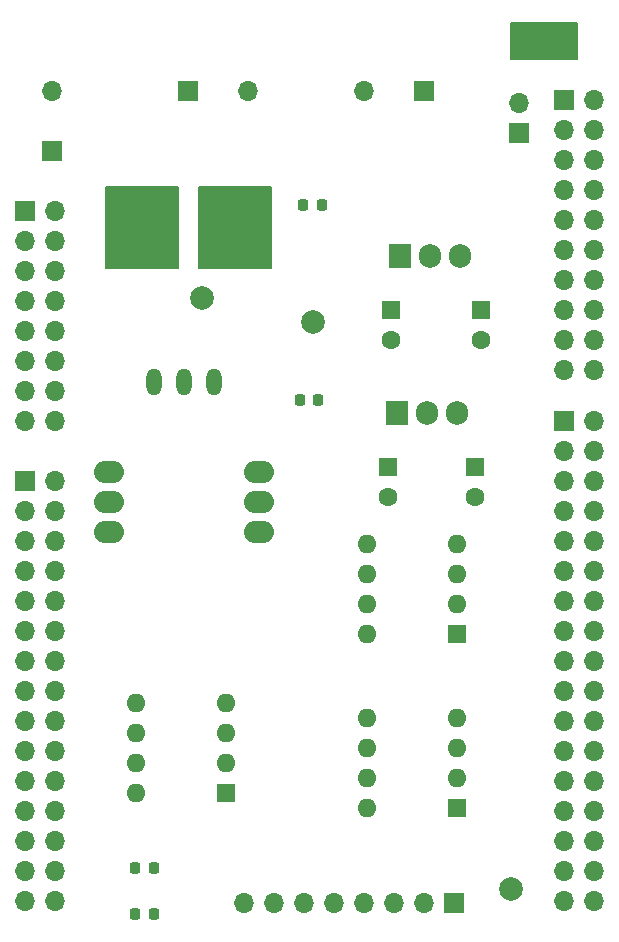
<source format=gbr>
%TF.GenerationSoftware,KiCad,Pcbnew,(6.0.2-0)*%
%TF.CreationDate,2022-07-28T16:30:59+02:00*%
%TF.ProjectId,stepper_testbench,73746570-7065-4725-9f74-65737462656e,rev?*%
%TF.SameCoordinates,Original*%
%TF.FileFunction,Soldermask,Top*%
%TF.FilePolarity,Negative*%
%FSLAX46Y46*%
G04 Gerber Fmt 4.6, Leading zero omitted, Abs format (unit mm)*
G04 Created by KiCad (PCBNEW (6.0.2-0)) date 2022-07-28 16:30:59*
%MOMM*%
%LPD*%
G01*
G04 APERTURE LIST*
G04 Aperture macros list*
%AMRoundRect*
0 Rectangle with rounded corners*
0 $1 Rounding radius*
0 $2 $3 $4 $5 $6 $7 $8 $9 X,Y pos of 4 corners*
0 Add a 4 corners polygon primitive as box body*
4,1,4,$2,$3,$4,$5,$6,$7,$8,$9,$2,$3,0*
0 Add four circle primitives for the rounded corners*
1,1,$1+$1,$2,$3*
1,1,$1+$1,$4,$5*
1,1,$1+$1,$6,$7*
1,1,$1+$1,$8,$9*
0 Add four rect primitives between the rounded corners*
20,1,$1+$1,$2,$3,$4,$5,0*
20,1,$1+$1,$4,$5,$6,$7,0*
20,1,$1+$1,$6,$7,$8,$9,0*
20,1,$1+$1,$8,$9,$2,$3,0*%
G04 Aperture macros list end*
%ADD10C,0.150000*%
%ADD11R,1.600000X1.600000*%
%ADD12C,1.600000*%
%ADD13R,1.700000X1.700000*%
%ADD14O,1.700000X1.700000*%
%ADD15O,1.600000X1.600000*%
%ADD16R,1.905000X2.000000*%
%ADD17O,1.905000X2.000000*%
%ADD18C,2.000000*%
%ADD19RoundRect,0.218750X-0.218750X-0.256250X0.218750X-0.256250X0.218750X0.256250X-0.218750X0.256250X0*%
%ADD20RoundRect,0.218750X0.218750X0.256250X-0.218750X0.256250X-0.218750X-0.256250X0.218750X-0.256250X0*%
%ADD21O,1.300000X2.300000*%
%ADD22O,2.540000X1.900000*%
G04 APERTURE END LIST*
D10*
X176276000Y-39186937D02*
X181864000Y-39186937D01*
X181864000Y-39186937D02*
X181864000Y-42234937D01*
X181864000Y-42234937D02*
X176276000Y-42234937D01*
X176276000Y-42234937D02*
X176276000Y-39186937D01*
G36*
X176276000Y-39186937D02*
G01*
X181864000Y-39186937D01*
X181864000Y-42234937D01*
X176276000Y-42234937D01*
X176276000Y-39186937D01*
G37*
X141986000Y-53086000D02*
X148082000Y-53086000D01*
X148082000Y-53086000D02*
X148082000Y-59944000D01*
X148082000Y-59944000D02*
X141986000Y-59944000D01*
X141986000Y-59944000D02*
X141986000Y-53086000D01*
G36*
X141986000Y-53086000D02*
G01*
X148082000Y-53086000D01*
X148082000Y-59944000D01*
X141986000Y-59944000D01*
X141986000Y-53086000D01*
G37*
X149861000Y-53051000D02*
X155957000Y-53051000D01*
X155957000Y-53051000D02*
X155957000Y-59909000D01*
X155957000Y-59909000D02*
X149861000Y-59909000D01*
X149861000Y-59909000D02*
X149861000Y-53051000D01*
G36*
X149861000Y-53051000D02*
G01*
X155957000Y-53051000D01*
X155957000Y-59909000D01*
X149861000Y-59909000D01*
X149861000Y-53051000D01*
G37*
D11*
%TO.C,C13*%
X166116000Y-63500000D03*
D12*
X166116000Y-66000000D03*
%TD*%
D13*
%TO.C,J5*%
X176961000Y-48519000D03*
D14*
X176961000Y-45979000D03*
%TD*%
D11*
%TO.C,U3*%
X171694000Y-105654000D03*
D15*
X171694000Y-103114000D03*
X171694000Y-100574000D03*
X171694000Y-98034000D03*
X164074000Y-98034000D03*
X164074000Y-100574000D03*
X164074000Y-103114000D03*
X164074000Y-105654000D03*
%TD*%
D16*
%TO.C,U6*%
X166624000Y-72161500D03*
D17*
X169164000Y-72161500D03*
X171704000Y-72161500D03*
%TD*%
D13*
%TO.C,J4*%
X168970000Y-44958000D03*
D14*
X163890000Y-44958000D03*
%TD*%
D18*
%TO.C,TP3*%
X159512000Y-64516000D03*
%TD*%
D11*
%TO.C,C14*%
X165862000Y-76772888D03*
D12*
X165862000Y-79272888D03*
%TD*%
D13*
%TO.C,J2*%
X171445000Y-113698000D03*
D14*
X168905000Y-113698000D03*
X166365000Y-113698000D03*
X163825000Y-113698000D03*
X161285000Y-113698000D03*
X158745000Y-113698000D03*
X156205000Y-113698000D03*
X153665000Y-113698000D03*
%TD*%
D18*
%TO.C,TP2*%
X176276000Y-112522000D03*
%TD*%
D19*
%TO.C,D6*%
X158387500Y-71125000D03*
X159962500Y-71125000D03*
%TD*%
D20*
%TO.C,D8*%
X146046500Y-114614000D03*
X144471500Y-114614000D03*
%TD*%
D11*
%TO.C,U4*%
X152199000Y-104384000D03*
D15*
X152199000Y-101844000D03*
X152199000Y-99304000D03*
X152199000Y-96764000D03*
X144579000Y-96764000D03*
X144579000Y-99304000D03*
X144579000Y-101844000D03*
X144579000Y-104384000D03*
%TD*%
D13*
%TO.C,J1*%
X148988000Y-44958000D03*
D14*
X154068000Y-44958000D03*
%TD*%
D11*
%TO.C,C15*%
X173736000Y-63500000D03*
D12*
X173736000Y-66000000D03*
%TD*%
D11*
%TO.C,U1*%
X171694000Y-90922000D03*
D15*
X171694000Y-88382000D03*
X171694000Y-85842000D03*
X171694000Y-83302000D03*
X164074000Y-83302000D03*
X164074000Y-85842000D03*
X164074000Y-88382000D03*
X164074000Y-90922000D03*
%TD*%
D16*
%TO.C,U5*%
X166878000Y-58928000D03*
D17*
X169418000Y-58928000D03*
X171958000Y-58928000D03*
%TD*%
D19*
%TO.C,D4*%
X158724500Y-54610000D03*
X160299500Y-54610000D03*
%TD*%
D20*
%TO.C,D7*%
X146046500Y-110714000D03*
X144471500Y-110714000D03*
%TD*%
D21*
%TO.C,U2*%
X151130000Y-69566000D03*
X148590000Y-69566000D03*
X146050000Y-69566000D03*
D22*
X154940000Y-77216000D03*
X154940000Y-79756000D03*
X154940000Y-82296000D03*
X142240000Y-77216000D03*
X142240000Y-79756000D03*
X142240000Y-82296000D03*
%TD*%
D18*
%TO.C,TP5*%
X150114000Y-62484000D03*
%TD*%
D11*
%TO.C,C16*%
X173228000Y-76772888D03*
D12*
X173228000Y-79272888D03*
%TD*%
D13*
%TO.C,CN7*%
X180818000Y-45720000D03*
D14*
X183358000Y-45720000D03*
X180818000Y-48260000D03*
X183358000Y-48260000D03*
X180818000Y-50800000D03*
X183358000Y-50800000D03*
X180818000Y-53340000D03*
X183358000Y-53340000D03*
X180818000Y-55880000D03*
X183358000Y-55880000D03*
X180818000Y-58420000D03*
X183358000Y-58420000D03*
X180818000Y-60960000D03*
X183358000Y-60960000D03*
X180818000Y-63500000D03*
X183358000Y-63500000D03*
X180818000Y-66040000D03*
X183358000Y-66040000D03*
X180818000Y-68580000D03*
X183358000Y-68580000D03*
%TD*%
D13*
%TO.C,CN8*%
X135128000Y-55113000D03*
D14*
X137668000Y-55113000D03*
X135128000Y-57653000D03*
X137668000Y-57653000D03*
X135128000Y-60193000D03*
X137668000Y-60193000D03*
X135128000Y-62733000D03*
X137668000Y-62733000D03*
X135128000Y-65273000D03*
X137668000Y-65273000D03*
X135128000Y-67813000D03*
X137668000Y-67813000D03*
X135128000Y-70353000D03*
X137668000Y-70353000D03*
X135128000Y-72893000D03*
X137668000Y-72893000D03*
%TD*%
D13*
%TO.C,CN9*%
X135133000Y-77973000D03*
D14*
X137673000Y-77973000D03*
X135133000Y-80513000D03*
X137673000Y-80513000D03*
X135133000Y-83053000D03*
X137673000Y-83053000D03*
X135133000Y-85593000D03*
X137673000Y-85593000D03*
X135133000Y-88133000D03*
X137673000Y-88133000D03*
X135133000Y-90673000D03*
X137673000Y-90673000D03*
X135133000Y-93213000D03*
X137673000Y-93213000D03*
X135133000Y-95753000D03*
X137673000Y-95753000D03*
X135133000Y-98293000D03*
X137673000Y-98293000D03*
X135133000Y-100833000D03*
X137673000Y-100833000D03*
X135133000Y-103373000D03*
X137673000Y-103373000D03*
X135133000Y-105913000D03*
X137673000Y-105913000D03*
X135133000Y-108453000D03*
X137673000Y-108453000D03*
X135133000Y-110993000D03*
X137673000Y-110993000D03*
X135133000Y-113533000D03*
X137673000Y-113533000D03*
%TD*%
D13*
%TO.C,J6*%
X137414000Y-50039000D03*
D14*
X137414000Y-44959000D03*
%TD*%
D13*
%TO.C,CN10*%
X180811000Y-72893000D03*
D14*
X183351000Y-72893000D03*
X180811000Y-75433000D03*
X183351000Y-75433000D03*
X180811000Y-77973000D03*
X183351000Y-77973000D03*
X180811000Y-80513000D03*
X183351000Y-80513000D03*
X180811000Y-83053000D03*
X183351000Y-83053000D03*
X180811000Y-85593000D03*
X183351000Y-85593000D03*
X180811000Y-88133000D03*
X183351000Y-88133000D03*
X180811000Y-90673000D03*
X183351000Y-90673000D03*
X180811000Y-93213000D03*
X183351000Y-93213000D03*
X180811000Y-95753000D03*
X183351000Y-95753000D03*
X180811000Y-98293000D03*
X183351000Y-98293000D03*
X180811000Y-100833000D03*
X183351000Y-100833000D03*
X180811000Y-103373000D03*
X183351000Y-103373000D03*
X180811000Y-105913000D03*
X183351000Y-105913000D03*
X180811000Y-108453000D03*
X183351000Y-108453000D03*
X180811000Y-110993000D03*
X183351000Y-110993000D03*
X180811000Y-113533000D03*
X183351000Y-113533000D03*
%TD*%
M02*

</source>
